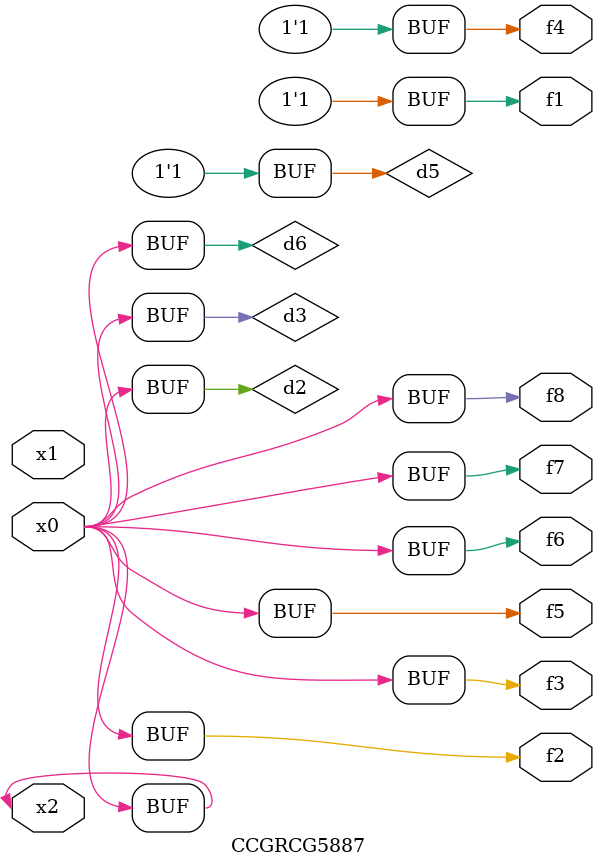
<source format=v>
module CCGRCG5887(
	input x0, x1, x2,
	output f1, f2, f3, f4, f5, f6, f7, f8
);

	wire d1, d2, d3, d4, d5, d6;

	xnor (d1, x2);
	buf (d2, x0, x2);
	and (d3, x0);
	xnor (d4, x1, x2);
	nand (d5, d1, d3);
	buf (d6, d2, d3);
	assign f1 = d5;
	assign f2 = d6;
	assign f3 = d6;
	assign f4 = d5;
	assign f5 = d6;
	assign f6 = d6;
	assign f7 = d6;
	assign f8 = d6;
endmodule

</source>
